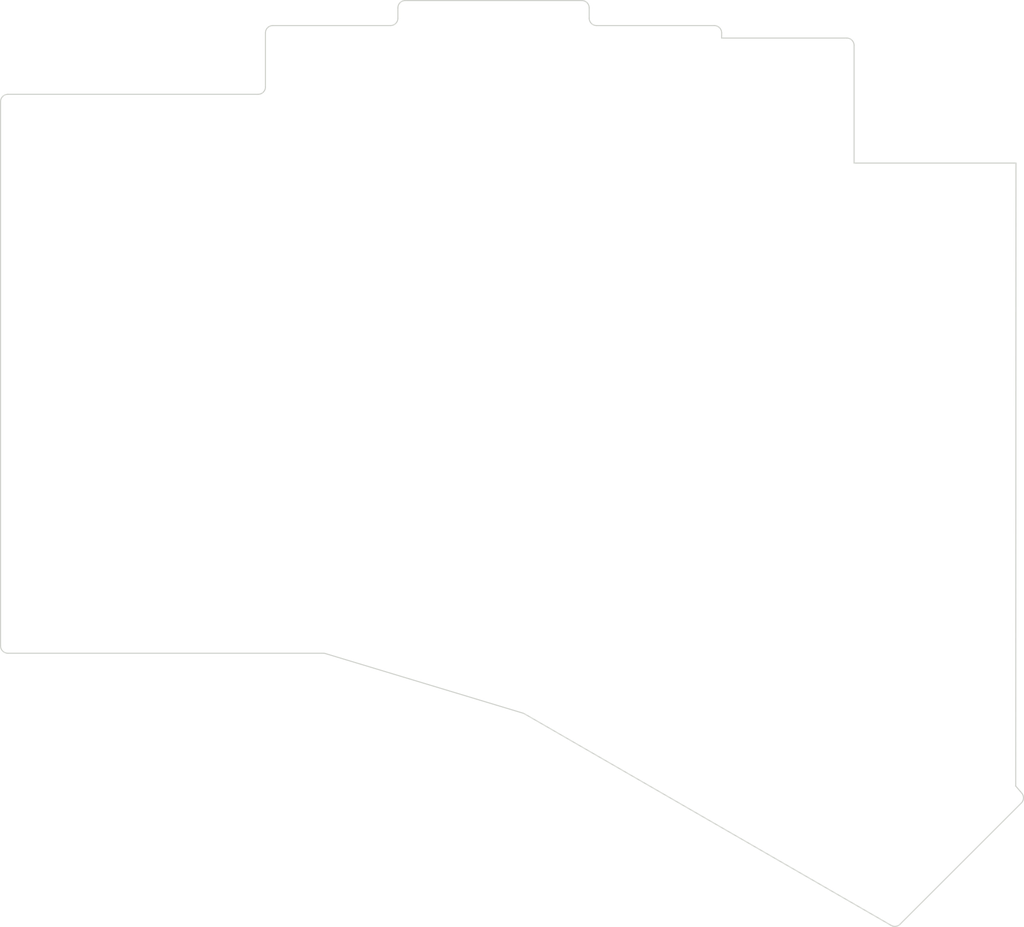
<source format=kicad_pcb>


(kicad_pcb
  (version 20240108)
  (generator "ergogen")
  (generator_version "4.1.0")
  (general
    (thickness 1.6)
    (legacy_teardrops no)
  )
  (paper "A3")
  (title_block
    (title "xlbottom_case")
    (date "2025-04-03")
    (rev "0.1")
    (company "mdk")
  )

  (layers
    (0 "F.Cu" signal)
    (31 "B.Cu" signal)
    (32 "B.Adhes" user "B.Adhesive")
    (33 "F.Adhes" user "F.Adhesive")
    (34 "B.Paste" user)
    (35 "F.Paste" user)
    (36 "B.SilkS" user "B.Silkscreen")
    (37 "F.SilkS" user "F.Silkscreen")
    (38 "B.Mask" user)
    (39 "F.Mask" user)
    (40 "Dwgs.User" user "User.Drawings")
    (41 "Cmts.User" user "User.Comments")
    (42 "Eco1.User" user "User.Eco1")
    (43 "Eco2.User" user "User.Eco2")
    (44 "Edge.Cuts" user)
    (45 "Margin" user)
    (46 "B.CrtYd" user "B.Courtyard")
    (47 "F.CrtYd" user "F.Courtyard")
    (48 "B.Fab" user)
    (49 "F.Fab" user)
  )

  (setup
    (pad_to_mask_clearance 0.05)
    (allow_soldermask_bridges_in_footprints no)
    (pcbplotparams
      (layerselection 0x00010fc_ffffffff)
      (plot_on_all_layers_selection 0x0000000_00000000)
      (disableapertmacros no)
      (usegerberextensions no)
      (usegerberattributes yes)
      (usegerberadvancedattributes yes)
      (creategerberjobfile yes)
      (dashed_line_dash_ratio 12.000000)
      (dashed_line_gap_ratio 3.000000)
      (svgprecision 4)
      (plotframeref no)
      (viasonmask no)
      (mode 1)
      (useauxorigin no)
      (hpglpennumber 1)
      (hpglpenspeed 20)
      (hpglpendiameter 15.000000)
      (pdf_front_fp_property_popups yes)
      (pdf_back_fp_property_popups yes)
      (dxfpolygonmode yes)
      (dxfimperialunits yes)
      (dxfusepcbnewfont yes)
      (psnegative no)
      (psa4output no)
      (plotreference yes)
      (plotvalue yes)
      (plotfptext yes)
      (plotinvisibletext no)
      (sketchpadsonfab no)
      (subtractmaskfromsilk no)
      (outputformat 1)
      (mirror no)
      (drillshape 1)
      (scaleselection 1)
      (outputdirectory "")
    )
  )

  (net 0 "")

  
  (gr_line (start 37 161.5) (end 37 87.5) (layer Edge.Cuts) (stroke (width 0.15) (type default)))
(gr_line (start 38 86.5) (end 72 86.5) (layer Edge.Cuts) (stroke (width 0.15) (type default)))
(gr_line (start 73 85.5) (end 73 78.15) (layer Edge.Cuts) (stroke (width 0.15) (type default)))
(gr_line (start 74 77.15) (end 90 77.15) (layer Edge.Cuts) (stroke (width 0.15) (type default)))
(gr_line (start 91 76.15) (end 91 74.75) (layer Edge.Cuts) (stroke (width 0.15) (type default)))
(gr_line (start 92 73.75) (end 116 73.75) (layer Edge.Cuts) (stroke (width 0.15) (type default)))
(gr_line (start 117 74.75) (end 117 76.15) (layer Edge.Cuts) (stroke (width 0.15) (type default)))
(gr_line (start 118 77.15) (end 134 77.15) (layer Edge.Cuts) (stroke (width 0.15) (type default)))
(gr_line (start 135 78.15) (end 135 78.85) (layer Edge.Cuts) (stroke (width 0.15) (type default)))
(gr_line (start 135 78.85) (end 152 78.85) (layer Edge.Cuts) (stroke (width 0.15) (type default)))
(gr_line (start 153 79.85) (end 153 95.85) (layer Edge.Cuts) (stroke (width 0.15) (type default)))
(gr_line (start 174.96659521020044 180.56070107010578) (end 175.7801475307602 181.51291966923986) (layer Edge.Cuts) (stroke (width 0.15) (type default)))
(gr_line (start 175.72695913076012 182.86960416923984) (end 159.24562630910765 199.35093699089236) (layer Edge.Cuts) (stroke (width 0.15) (type default)))
(gr_line (start 158.03851950910766 199.50985559089233) (end 108.20128037444317 170.7363121654893) (layer Edge.Cuts) (stroke (width 0.15) (type default)))
(gr_line (start 107.99018737444315 170.64498036548932) (end 81.1413063151199 162.5426428) (layer Edge.Cuts) (stroke (width 0.15) (type default)))
(gr_line (start 80.8523993151199 162.5) (end 38 162.5) (layer Edge.Cuts) (stroke (width 0.15) (type default)))
(gr_arc (start 38 86.5) (mid 37.2928932 86.7928932) (end 37 87.5) (layer Edge.Cuts) (stroke (width 0.15) (type default)))
(gr_arc (start 72 86.5) (mid 72.7071068 86.2071068) (end 73 85.5) (layer Edge.Cuts) (stroke (width 0.15) (type default)))
(gr_arc (start 74 77.15) (mid 73.2928932 77.4428932) (end 73 78.15) (layer Edge.Cuts) (stroke (width 0.15) (type default)))
(gr_arc (start 90 77.15) (mid 90.7071068 76.85710680000001) (end 91 76.15) (layer Edge.Cuts) (stroke (width 0.15) (type default)))
(gr_arc (start 92 73.75) (mid 91.2928932 74.0428932) (end 91 74.75) (layer Edge.Cuts) (stroke (width 0.15) (type default)))
(gr_arc (start 117 74.75) (mid 116.7071068 74.0428932) (end 116 73.75) (layer Edge.Cuts) (stroke (width 0.15) (type default)))
(gr_arc (start 117 76.15) (mid 117.2928932 76.85710680000001) (end 118 77.15) (layer Edge.Cuts) (stroke (width 0.15) (type default)))
(gr_arc (start 135 78.15) (mid 134.7071068 77.4428932) (end 134 77.15) (layer Edge.Cuts) (stroke (width 0.15) (type default)))
(gr_arc (start 153 79.85) (mid 152.7071068 79.14289319999999) (end 152 78.85) (layer Edge.Cuts) (stroke (width 0.15) (type default)))
(gr_arc (start 175.72695913076015 182.86960416923984) (mid 176.01908473076017 182.20167196923984) (end 175.78014753076016 181.51291966923984) (layer Edge.Cuts) (stroke (width 0.15) (type default)))
(gr_arc (start 158.03851950910763 199.50985559089236) (mid 158.66904570910762 199.63527509089235) (end 159.24562630910762 199.35093699089234) (layer Edge.Cuts) (stroke (width 0.15) (type default)))
(gr_arc (start 108.20128037444317 170.7363121654893) (mid 108.09836847444318 170.68455706548932) (end 107.99018737444317 170.64498036548932) (layer Edge.Cuts) (stroke (width 0.15) (type default)))
(gr_arc (start 81.14130631511989 162.5426428) (mid 80.9984178151199 162.5107181) (end 80.8523993151199 162.5) (layer Edge.Cuts) (stroke (width 0.15) (type default)))
(gr_arc (start 37 161.5) (mid 37.2928932 162.2071068) (end 38 162.5) (layer Edge.Cuts) (stroke (width 0.15) (type default)))
(gr_line (start 153 95.85) (end 175 95.85) (layer Edge.Cuts) (stroke (width 0.15) (type default)))
(gr_line (start 175 95.85) (end 174.96659521020044 180.56070107006235) (layer Edge.Cuts) (stroke (width 0.15) (type default)))

)


</source>
